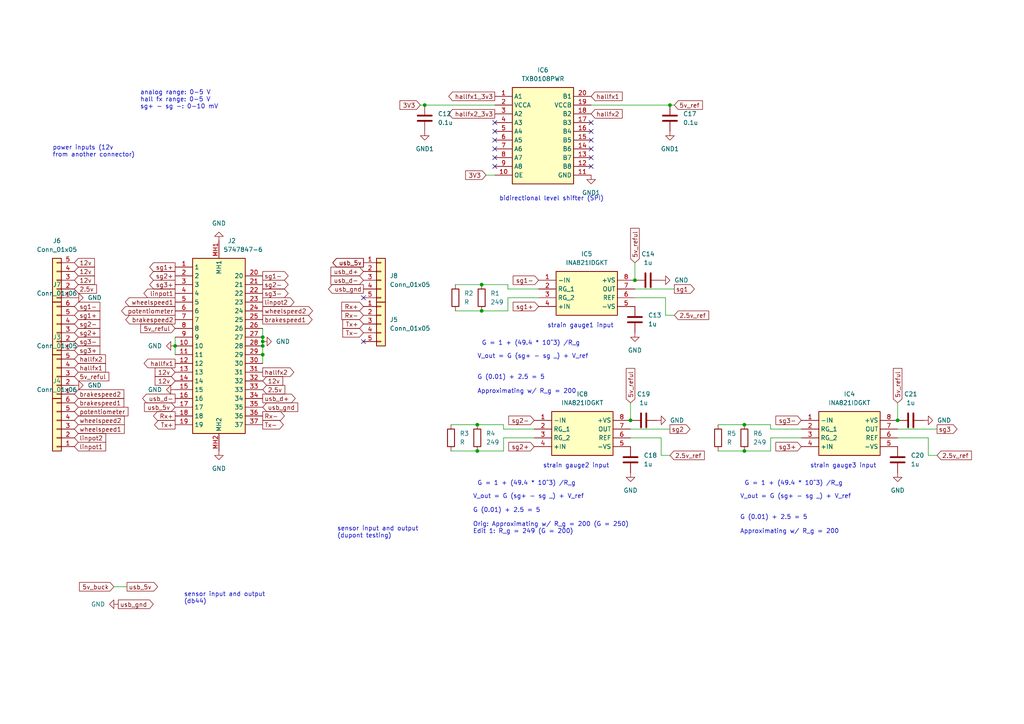
<source format=kicad_sch>
(kicad_sch (version 20230121) (generator eeschema)
  (paper "A4")
  (lib_symbols
    (symbol "21xt_symbols:5747847-6"
      (property "Reference" "J" (at 57.15 12.7 0))
      (property "Value" "5747847-6" (at 57.15 10.16 0))
      (symbol "5747847-6_1_1"
        (rectangle (start 5.08 7.62) (end 55.88 -7.62) (stroke (width 0.254)) (fill (type background)))
        (pin passive line (at 53.34 12.7 270) (length 5.08) (name "1") (number "1"))
        (pin passive line (at 30.48 12.7 270) (length 5.08) (name "10") (number "10"))
        (pin passive line (at 27.94 12.7 270) (length 5.08) (name "11") (number "11"))
        (pin passive line (at 25.4 12.7 270) (length 5.08) (name "12") (number "12"))
        (pin passive line (at 22.86 12.7 270) (length 5.08) (name "13") (number "13"))
        (pin passive line (at 20.32 12.7 270) (length 5.08) (name "14") (number "14"))
        (pin passive line (at 17.78 12.7 270) (length 5.08) (name "15") (number "15"))
        (pin passive line (at 15.24 12.7 270) (length 5.08) (name "16") (number "16"))
        (pin passive line (at 12.7 12.7 270) (length 5.08) (name "17") (number "17"))
        (pin passive line (at 10.16 12.7 270) (length 5.08) (name "18") (number "18"))
        (pin passive line (at 7.62 12.7 270) (length 5.08) (name "19") (number "19"))
        (pin passive line (at 50.8 12.7 270) (length 5.08) (name "2") (number "2"))
        (pin passive line (at 50.8 -12.7 90) (length 5.08) (name "20") (number "20"))
        (pin passive line (at 48.26 -12.7 90) (length 5.08) (name "21") (number "21"))
        (pin passive line (at 45.72 -12.7 90) (length 5.08) (name "22") (number "22"))
        (pin passive line (at 43.18 -12.7 90) (length 5.08) (name "23") (number "23"))
        (pin passive line (at 40.64 -12.7 90) (length 5.08) (name "24") (number "24"))
        (pin passive line (at 38.1 -12.7 90) (length 5.08) (name "25") (number "25"))
        (pin passive line (at 35.56 -12.7 90) (length 5.08) (name "26") (number "26"))
        (pin passive line (at 33.02 -12.7 90) (length 5.08) (name "27") (number "27"))
        (pin passive line (at 30.48 -12.7 90) (length 5.08) (name "28") (number "28"))
        (pin passive line (at 27.94 -12.7 90) (length 5.08) (name "29") (number "29"))
        (pin passive line (at 48.26 12.7 270) (length 5.08) (name "3") (number "3"))
        (pin passive line (at 25.4 -12.7 90) (length 5.08) (name "30") (number "30"))
        (pin passive line (at 22.86 -12.7 90) (length 5.08) (name "31") (number "31"))
        (pin passive line (at 20.32 -12.7 90) (length 5.08) (name "32") (number "32"))
        (pin passive line (at 17.78 -12.7 90) (length 5.08) (name "33") (number "33"))
        (pin passive line (at 15.24 -12.7 90) (length 5.08) (name "34") (number "34"))
        (pin passive line (at 12.7 -12.7 90) (length 5.08) (name "35") (number "35"))
        (pin passive line (at 10.16 -12.7 90) (length 5.08) (name "36") (number "36"))
        (pin passive line (at 7.62 -12.7 90) (length 5.08) (name "37") (number "37"))
        (pin passive line (at 45.72 12.7 270) (length 5.08) (name "4") (number "4"))
        (pin passive line (at 43.18 12.7 270) (length 5.08) (name "5") (number "5"))
        (pin passive line (at 40.64 12.7 270) (length 5.08) (name "6") (number "6"))
        (pin passive line (at 38.1 12.7 270) (length 5.08) (name "7") (number "7"))
        (pin passive line (at 35.56 12.7 270) (length 5.08) (name "8") (number "8"))
        (pin passive line (at 33.02 12.7 270) (length 5.08) (name "9") (number "9"))
        (pin passive line (at 60.96 0 180) (length 5.08) (name "MH1") (number "MH1"))
        (pin passive line (at 0 0 0) (length 5.08) (name "MH2") (number "MH2"))
      )
    )
    (symbol "21xt_symbols:INA821IDGKT"
      (property "Reference" "IC" (at 24.13 7.62 0))
      (property "Value" "INA821IDGKT" (at 24.13 5.08 0))
      (symbol "INA821IDGKT_1_1"
        (rectangle (start 5.08 2.54) (end 22.86 -10.16) (stroke (width 0.254)) (fill (type background)))
        (pin input line (at 0 0 0) (length 5.08) (name "-IN") (number "1"))
        (pin passive line (at 0 -2.54 0) (length 5.08) (name "RG_1") (number "2"))
        (pin passive line (at 0 -5.08 0) (length 5.08) (name "RG_2") (number "3"))
        (pin input line (at 0 -7.62 0) (length 5.08) (name "+IN") (number "4"))
        (pin power_in line (at 27.94 -7.62 180) (length 5.08) (name "-VS") (number "5"))
        (pin passive line (at 27.94 -5.08 180) (length 5.08) (name "REF") (number "6"))
        (pin output line (at 27.94 -2.54 180) (length 5.08) (name "OUT") (number "7"))
        (pin power_in line (at 27.94 0 180) (length 5.08) (name "+VS") (number "8"))
      )
    )
    (symbol "21xt_symbols:TXB0108PWR"
      (property "Reference" "IC" (at 24.13 7.62 0))
      (property "Value" "TXB0108PWR" (at 24.13 5.08 0))
      (symbol "TXB0108PWR_1_1"
        (rectangle (start 5.08 2.54) (end 22.86 -25.4) (stroke (width 0.254)) (fill (type background)))
        (pin passive line (at 0 0 0) (length 5.08) (name "A1") (number "1"))
        (pin passive line (at 0 -22.86 0) (length 5.08) (name "OE") (number "10"))
        (pin passive line (at 27.94 -22.86 180) (length 5.08) (name "GND") (number "11"))
        (pin passive line (at 27.94 -20.32 180) (length 5.08) (name "B8") (number "12"))
        (pin passive line (at 27.94 -17.78 180) (length 5.08) (name "B7") (number "13"))
        (pin passive line (at 27.94 -15.24 180) (length 5.08) (name "B6") (number "14"))
        (pin passive line (at 27.94 -12.7 180) (length 5.08) (name "B5") (number "15"))
        (pin passive line (at 27.94 -10.16 180) (length 5.08) (name "B4") (number "16"))
        (pin passive line (at 27.94 -7.62 180) (length 5.08) (name "B3") (number "17"))
        (pin passive line (at 27.94 -5.08 180) (length 5.08) (name "B2") (number "18"))
        (pin passive line (at 27.94 -2.54 180) (length 5.08) (name "VCCB") (number "19"))
        (pin passive line (at 0 -2.54 0) (length 5.08) (name "VCCA") (number "2"))
        (pin passive line (at 27.94 0 180) (length 5.08) (name "B1") (number "20"))
        (pin passive line (at 0 -5.08 0) (length 5.08) (name "A2") (number "3"))
        (pin passive line (at 0 -7.62 0) (length 5.08) (name "A3") (number "4"))
        (pin passive line (at 0 -10.16 0) (length 5.08) (name "A4") (number "5"))
        (pin passive line (at 0 -12.7 0) (length 5.08) (name "A5") (number "6"))
        (pin passive line (at 0 -15.24 0) (length 5.08) (name "A6") (number "7"))
        (pin passive line (at 0 -17.78 0) (length 5.08) (name "A7") (number "8"))
        (pin passive line (at 0 -20.32 0) (length 5.08) (name "A8") (number "9"))
      )
    )
    (symbol "Connector_Generic:Conn_01x05" (pin_names (offset 1.016) hide)
      (property "Reference" "J" (at 0 7.62 0))
      (property "Value" "Conn_01x05" (at 0 -7.62 0))
      (symbol "Conn_01x05_1_1"
        (rectangle (start -1.27 -4.953) (end 0 -5.207) (stroke (width 0.1524)))
        (rectangle (start -1.27 -2.413) (end 0 -2.667) (stroke (width 0.1524)))
        (rectangle (start -1.27 0.127) (end 0 -0.127) (stroke (width 0.1524)))
        (rectangle (start -1.27 2.667) (end 0 2.413) (stroke (width 0.1524)))
        (rectangle (start -1.27 5.207) (end 0 4.953) (stroke (width 0.1524)))
        (rectangle (start -1.27 6.35) (end 1.27 -6.35) (stroke (width 0.254)) (fill (type background)))
        (pin passive line (at -5.08 5.08 0) (length 3.81) (name "Pin_1") (number "1"))
        (pin passive line (at -5.08 2.54 0) (length 3.81) (name "Pin_2") (number "2"))
        (pin passive line (at -5.08 0 0) (length 3.81) (name "Pin_3") (number "3"))
        (pin passive line (at -5.08 -2.54 0) (length 3.81) (name "Pin_4") (number "4"))
        (pin passive line (at -5.08 -5.08 0) (length 3.81) (name "Pin_5") (number "5"))
      )
    )
    (symbol "Connector_Generic:Conn_01x06" (pin_names (offset 1.016) hide)
      (property "Reference" "J" (at 0 7.62 0))
      (property "Value" "Conn_01x06" (at 0 -10.16 0))
      (symbol "Conn_01x06_1_1"
        (rectangle (start -1.27 -7.493) (end 0 -7.747) (stroke (width 0.1524)))
        (rectangle (start -1.27 -4.953) (end 0 -5.207) (stroke (width 0.1524)))
        (rectangle (start -1.27 -2.413) (end 0 -2.667) (stroke (width 0.1524)))
        (rectangle (start -1.27 0.127) (end 0 -0.127) (stroke (width 0.1524)))
        (rectangle (start -1.27 2.667) (end 0 2.413) (stroke (width 0.1524)))
        (rectangle (start -1.27 5.207) (end 0 4.953) (stroke (width 0.1524)))
        (rectangle (start -1.27 6.35) (end 1.27 -8.89) (stroke (width 0.254)) (fill (type background)))
        (pin passive line (at -5.08 5.08 0) (length 3.81) (name "Pin_1") (number "1"))
        (pin passive line (at -5.08 2.54 0) (length 3.81) (name "Pin_2") (number "2"))
        (pin passive line (at -5.08 0 0) (length 3.81) (name "Pin_3") (number "3"))
        (pin passive line (at -5.08 -2.54 0) (length 3.81) (name "Pin_4") (number "4"))
        (pin passive line (at -5.08 -5.08 0) (length 3.81) (name "Pin_5") (number "5"))
        (pin passive line (at -5.08 -7.62 0) (length 3.81) (name "Pin_6") (number "6"))
      )
    )
    (symbol "Device:C" (pin_numbers hide) (pin_names (offset 0.254))
      (property "Reference" "C" (at 0.635 2.54 0))
      (property "Value" "C" (at 0.635 -2.54 0))
      (symbol "C_0_1"
        (polyline (pts (xy -2.032 -0.762) (xy 2.032 -0.762)) (stroke (width 0.508)))
        (polyline (pts (xy -2.032 0.762) (xy 2.032 0.762)) (stroke (width 0.508)))
      )
      (symbol "C_1_1"
        (pin passive line (at 0 3.81 270) (length 2.794) (name "~") (number "1"))
        (pin passive line (at 0 -3.81 90) (length 2.794) (name "~") (number "2"))
      )
    )
    (symbol "Device:R" (pin_numbers hide) (pin_names (offset 0))
      (property "Reference" "R" (at 2.032 0 90))
      (property "Value" "R" (at 0 0 90))
      (symbol "R_0_1"
        (rectangle (start -1.016 -2.54) (end 1.016 2.54) (stroke (width 0.254)))
      )
      (symbol "R_1_1"
        (pin passive line (at 0 3.81 270) (length 1.27) (name "~") (number "1"))
        (pin passive line (at 0 -3.81 90) (length 1.27) (name "~") (number "2"))
      )
    )
    (symbol "power:GND" (power) (pin_names (offset 0))
      (property "Value" "GND" (at 0 -3.81 0))
      (symbol "GND_0_1"
        (polyline (pts (xy 0 0) (xy 0 -1.27) (xy 1.27 -1.27) (xy 0 -2.54) (xy -1.27 -1.27) (xy 0 -1.27)))
      )
      (symbol "GND_1_1"
        (pin power_in line (at 0 0 270) (length 0) hide (name "GND") (number "1"))
      )
    )
    (symbol "power:GND1" (power) (pin_names (offset 0))
      (property "Value" "GND1" (at 0 -3.81 0))
      (symbol "GND1_0_1"
        (polyline (pts (xy 0 0) (xy 0 -1.27) (xy 1.27 -1.27) (xy 0 -2.54) (xy -1.27 -1.27) (xy 0 -1.27)))
      )
      (symbol "GND1_1_1"
        (pin power_in line (at 0 0 270) (length 0) hide (name "GND1") (number "1"))
      )
    )
  )
  (junction (at 76.2 102.87))
  (junction (at 139.7 82.55))
  (junction (at 215.9 130.81))
  (junction (at 184.15 81.28))
  (junction (at 138.43 130.81))
  (junction (at 260.35 121.92))
  (junction (at 182.88 121.92))
  (junction (at 194.31 30.48))
  (junction (at 76.2 99.06))
  (junction (at 50.8 100.33))
  (junction (at 123.19 30.48))
  (junction (at 139.7 90.17))
  (junction (at 76.2 100.33))
  (junction (at 215.9 123.19))
  (junction (at 138.43 123.19))
  (junction (at 76.2 97.79))
  (no_connect (at 143.51 43.18))
  (no_connect (at 171.45 35.56))
  (no_connect (at 171.45 45.72))
  (no_connect (at 143.51 40.64))
  (no_connect (at 143.51 45.72))
  (no_connect (at 143.51 38.1))
  (no_connect (at 105.41 86.36))
  (no_connect (at 105.41 99.06))
  (no_connect (at 171.45 38.1))
  (no_connect (at 171.45 40.64))
  (no_connect (at 143.51 35.56))
  (no_connect (at 171.45 48.26))
  (no_connect (at 171.45 43.18))
  (no_connect (at 143.51 48.26))
  (wire (pts (xy 147.32 82.55) (xy 147.32 83.82)))
  (wire (pts (xy 121.92 30.48) (xy 123.19 30.48)))
  (wire (pts (xy 193.04 91.44) (xy 195.58 91.44)))
  (wire (pts (xy 147.32 86.36) (xy 147.32 90.17)))
  (wire (pts (xy 215.9 130.81) (xy 223.52 130.81)))
  (wire (pts (xy 260.35 124.46) (xy 271.78 124.46)))
  (wire (pts (xy 260.35 127) (xy 269.24 127)))
  (wire (pts (xy 191.77 132.08) (xy 194.31 132.08)))
  (wire (pts (xy 76.2 97.79) (xy 76.2 99.06)))
  (wire (pts (xy 182.88 124.46) (xy 194.31 124.46)))
  (wire (pts (xy 232.41 127) (xy 223.52 127)))
  (wire (pts (xy 147.32 83.82) (xy 156.21 83.82)))
  (wire (pts (xy 184.15 86.36) (xy 193.04 86.36)))
  (wire (pts (xy 33.02 170.18) (xy 36.83 170.18)))
  (wire (pts (xy 76.2 95.25) (xy 76.2 97.79)))
  (wire (pts (xy 132.08 90.17) (xy 139.7 90.17)))
  (wire (pts (xy 130.81 123.19) (xy 138.43 123.19)))
  (wire (pts (xy 194.31 30.48) (xy 195.58 30.48)))
  (wire (pts (xy 184.15 83.82) (xy 195.58 83.82)))
  (wire (pts (xy 140.97 50.8) (xy 143.51 50.8)))
  (wire (pts (xy 50.8 102.87) (xy 50.8 100.33)))
  (wire (pts (xy 208.28 130.81) (xy 215.9 130.81)))
  (wire (pts (xy 138.43 123.19) (xy 146.05 123.19)))
  (wire (pts (xy 215.9 123.19) (xy 223.52 123.19)))
  (wire (pts (xy 139.7 82.55) (xy 147.32 82.55)))
  (wire (pts (xy 260.35 116.84) (xy 260.35 121.92)))
  (wire (pts (xy 132.08 82.55) (xy 139.7 82.55)))
  (wire (pts (xy 182.88 116.84) (xy 182.88 121.92)))
  (wire (pts (xy 208.28 123.19) (xy 215.9 123.19)))
  (wire (pts (xy 223.52 123.19) (xy 223.52 124.46)))
  (wire (pts (xy 269.24 127) (xy 269.24 132.08)))
  (wire (pts (xy 184.15 76.2) (xy 184.15 81.28)))
  (wire (pts (xy 191.77 127) (xy 191.77 132.08)))
  (wire (pts (xy 269.24 132.08) (xy 271.78 132.08)))
  (wire (pts (xy 156.21 86.36) (xy 147.32 86.36)))
  (wire (pts (xy 193.04 86.36) (xy 193.04 91.44)))
  (wire (pts (xy 182.88 127) (xy 191.77 127)))
  (wire (pts (xy 50.8 97.79) (xy 50.8 100.33)))
  (wire (pts (xy 130.81 130.81) (xy 138.43 130.81)))
  (wire (pts (xy 223.52 127) (xy 223.52 130.81)))
  (wire (pts (xy 146.05 124.46) (xy 154.94 124.46)))
  (wire (pts (xy 171.45 30.48) (xy 194.31 30.48)))
  (wire (pts (xy 76.2 99.06) (xy 76.2 100.33)))
  (wire (pts (xy 123.19 30.48) (xy 143.51 30.48)))
  (wire (pts (xy 223.52 124.46) (xy 232.41 124.46)))
  (wire (pts (xy 139.7 90.17) (xy 147.32 90.17)))
  (wire (pts (xy 76.2 100.33) (xy 76.2 102.87)))
  (wire (pts (xy 154.94 127) (xy 146.05 127)))
  (wire (pts (xy 76.2 102.87) (xy 76.2 105.41)))
  (wire (pts (xy 146.05 127) (xy 146.05 130.81)))
  (wire (pts (xy 138.43 130.81) (xy 146.05 130.81)))
  (wire (pts (xy 146.05 123.19) (xy 146.05 124.46)))
  (text "bidirectional level shifter (SPI)" (at 144.78 58.42 0) (effects (font (size 1.27 1.27)) (justify left bottom)))
  (text "power inputs (12v \nfrom another connector)" (at 15.24 45.72 0) (effects (font (size 1.27 1.27)) (justify left bottom)))
  (text "strain gauge3 input" (at 234.95 135.89 0) (effects (font (size 1.27 1.27)) (justify left bottom)))
  (text "strain gauge1 input" (at 158.75 95.25 0) (effects (font (size 1.27 1.27)) (justify left bottom)))
  (text "G = 1 + (49.4 * 10^3) /R_g" (at 139.7 100.33 0) (effects (font (size 1.27 1.27)) (justify left bottom)))
  (text "sensor input and output\n(db44)" (at 53.34 175.26 0) (effects (font (size 1.27 1.27)) (justify left bottom)))
  (text "strain gauge2 input" (at 157.48 135.89 0) (effects (font (size 1.27 1.27)) (justify left bottom)))
  (text "analog range: 0-5 V\nhall fx range: 0-5 V\nsg+ - sg -: 0-10 mV" (at 40.64 31.75 0) (effects (font (size 1.27 1.27)) (justify left bottom)))
  (text "V_out = G (sg+ - sg _) + V_ref " (at 214.63 144.78 0) (effects (font (size 1.27 1.27)) (justify left bottom)))
  (text "V_out = G (sg+ - sg _) + V_ref " (at 137.16 144.78 0) (effects (font (size 1.27 1.27)) (justify left bottom)))
  (text "G (0.01) + 2.5 = 5\n\nApproximating w/ R_g = 200" (at 214.63 154.94 0) (effects (font (size 1.27 1.27)) (justify left bottom)))
  (text "G (0.01) + 2.5 = 5\n\nOrig: Approximating w/ R_g = 200 (G = 250)\nEdit 1: R_g = 249 (G = 200)" (at 137.16 154.94 0) (effects (font (size 1.27 1.27)) (justify left bottom)))
  (text "G = 1 + (49.4 * 10^3) /R_g" (at 215.9 140.97 0) (effects (font (size 1.27 1.27)) (justify left bottom)))
  (text "G = 1 + (49.4 * 10^3) /R_g" (at 138.43 140.97 0) (effects (font (size 1.27 1.27)) (justify left bottom)))
  (text "V_out = G (sg+ - sg _) + V_ref " (at 138.43 104.14 0) (effects (font (size 1.27 1.27)) (justify left bottom)))
  (text "G (0.01) + 2.5 = 5\n\nApproximating w/ R_g = 200" (at 138.43 114.3 0) (effects (font (size 1.27 1.27)) (justify left bottom)))
  (text "sensor input and output\n(dupont testing)\n" (at 97.79 156.21 0) (effects (font (size 1.27 1.27)) (justify left bottom)))
  (global_label "sg1+" (shape input) (at 156.21 88.9 180) (property "Intersheetrefs" "${INTERSHEET_REFS}" (effects hide)))
  (global_label "hallfx2" (shape output) (at 76.2 107.95 0) (property "Intersheetrefs" "${INTERSHEET_REFS}" (effects hide)))
  (global_label "2.5v" (shape input) (at 21.59 83.82 0) (property "Intersheetrefs" "${INTERSHEET_REFS}" (effects hide)))
  (global_label "usb_5v" (shape output) (at 105.41 76.2 180) (property "Intersheetrefs" "${INTERSHEET_REFS}" (effects hide)))
  (global_label "hallfx2_3v3" (shape output) (at 143.51 33.02 180) (property "Intersheetrefs" "${INTERSHEET_REFS}" (effects hide)))
  (global_label "wheelspeed1" (shape input) (at 21.59 124.46 0) (property "Intersheetrefs" "${INTERSHEET_REFS}" (effects hide)))
  (global_label "Rx+" (shape input) (at 105.41 88.9 180) (property "Intersheetrefs" "${INTERSHEET_REFS}" (effects hide)))
  (global_label "12v" (shape input) (at 50.8 110.49 180) (property "Intersheetrefs" "${INTERSHEET_REFS}" (effects hide)))
  (global_label "2.5v" (shape input) (at 76.2 113.03 0) (property "Intersheetrefs" "${INTERSHEET_REFS}" (effects hide)))
  (global_label "2.5v_ref" (shape input) (at 271.78 132.08 0) (property "Intersheetrefs" "${INTERSHEET_REFS}" (effects hide)))
  (global_label "12v" (shape input) (at 76.2 110.49 0) (property "Intersheetrefs" "${INTERSHEET_REFS}" (effects hide)))
  (global_label "hallfx1" (shape output) (at 50.8 105.41 180) (property "Intersheetrefs" "${INTERSHEET_REFS}" (effects hide)))
  (global_label "hallfx2" (shape input) (at 21.59 104.14 0) (property "Intersheetrefs" "${INTERSHEET_REFS}" (effects hide)))
  (global_label "5v_reful" (shape input) (at 21.59 109.22 0) (property "Intersheetrefs" "${INTERSHEET_REFS}" (effects hide)))
  (global_label "linpot2" (shape input) (at 21.59 127 0) (property "Intersheetrefs" "${INTERSHEET_REFS}" (effects hide)))
  (global_label "usb_gnd" (shape input) (at 76.2 118.11 0) (property "Intersheetrefs" "${INTERSHEET_REFS}" (effects hide)))
  (global_label "sg3+" (shape output) (at 50.8 82.55 180) (property "Intersheetrefs" "${INTERSHEET_REFS}" (effects hide)))
  (global_label "potentiometer" (shape output) (at 50.8 90.17 180) (property "Intersheetrefs" "${INTERSHEET_REFS}" (effects hide)))
  (global_label "brakespeed2" (shape output) (at 50.8 92.71 180) (property "Intersheetrefs" "${INTERSHEET_REFS}" (effects hide)))
  (global_label "12v" (shape input) (at 50.8 107.95 180) (property "Intersheetrefs" "${INTERSHEET_REFS}" (effects hide)))
  (global_label "sg2-" (shape input) (at 21.59 93.98 0) (property "Intersheetrefs" "${INTERSHEET_REFS}" (effects hide)))
  (global_label "usb_gnd" (shape output) (at 34.29 175.26 0) (property "Intersheetrefs" "${INTERSHEET_REFS}" (effects hide)))
  (global_label "sg3" (shape output) (at 271.78 124.46 0) (property "Intersheetrefs" "${INTERSHEET_REFS}" (effects hide)))
  (global_label "hallfx2" (shape input) (at 171.45 33.02 0) (property "Intersheetrefs" "${INTERSHEET_REFS}" (effects hide)))
  (global_label "5v_reful" (shape input) (at 50.8 95.25 180) (property "Intersheetrefs" "${INTERSHEET_REFS}" (effects hide)))
  (global_label "5v_reful" (shape input) (at 182.88 116.84 90) (property "Intersheetrefs" "${INTERSHEET_REFS}" (effects hide)))
  (global_label "sg2+" (shape output) (at 50.8 80.01 180) (property "Intersheetrefs" "${INTERSHEET_REFS}" (effects hide)))
  (global_label "Rx+" (shape output) (at 50.8 120.65 180) (property "Intersheetrefs" "${INTERSHEET_REFS}" (effects hide)))
  (global_label "wheelspeed2" (shape input) (at 21.59 121.92 0) (property "Intersheetrefs" "${INTERSHEET_REFS}" (effects hide)))
  (global_label "usb_5v" (shape output) (at 36.83 170.18 0) (property "Intersheetrefs" "${INTERSHEET_REFS}" (effects hide)))
  (global_label "2.5v_ref" (shape input) (at 194.31 132.08 0) (property "Intersheetrefs" "${INTERSHEET_REFS}" (effects hide)))
  (global_label "linpot1" (shape output) (at 50.8 85.09 180) (property "Intersheetrefs" "${INTERSHEET_REFS}" (effects hide)))
  (global_label "usb_5v" (shape output) (at 105.41 76.2 180) (property "Intersheetrefs" "${INTERSHEET_REFS}" (effects hide)))
  (global_label "sg1" (shape output) (at 195.58 83.82 0) (property "Intersheetrefs" "${INTERSHEET_REFS}" (effects hide)))
  (global_label "potentiometer" (shape input) (at 21.59 119.38 0) (property "Intersheetrefs" "${INTERSHEET_REFS}" (effects hide)))
  (global_label "2.5v_ref" (shape input) (at 195.58 91.44 0) (property "Intersheetrefs" "${INTERSHEET_REFS}" (effects hide)))
  (global_label "sg2" (shape output) (at 194.31 124.46 0) (property "Intersheetrefs" "${INTERSHEET_REFS}" (effects hide)))
  (global_label "sg2+" (shape input) (at 21.59 96.52 0) (property "Intersheetrefs" "${INTERSHEET_REFS}" (effects hide)))
  (global_label "sg1-" (shape input) (at 21.59 88.9 0) (property "Intersheetrefs" "${INTERSHEET_REFS}" (effects hide)))
  (global_label "Tx-" (shape input) (at 105.41 96.52 180) (property "Intersheetrefs" "${INTERSHEET_REFS}" (effects hide)))
  (global_label "sg2+" (shape input) (at 154.94 129.54 180) (property "Intersheetrefs" "${INTERSHEET_REFS}" (effects hide)))
  (global_label "3V3" (shape input) (at 140.97 50.8 180) (property "Intersheetrefs" "${INTERSHEET_REFS}" (effects hide)))
  (global_label "Tx+" (shape output) (at 50.8 123.19 180) (property "Intersheetrefs" "${INTERSHEET_REFS}" (effects hide)))
  (global_label "usb_d+" (shape input) (at 105.41 78.74 180) (property "Intersheetrefs" "${INTERSHEET_REFS}" (effects hide)))
  (global_label "wheelspeed2" (shape output) (at 76.2 90.17 0) (property "Intersheetrefs" "${INTERSHEET_REFS}" (effects hide)))
  (global_label "sg3-" (shape input) (at 232.41 121.92 180) (property "Intersheetrefs" "${INTERSHEET_REFS}" (effects hide)))
  (global_label "3V3" (shape input) (at 121.92 30.48 180) (property "Intersheetrefs" "${INTERSHEET_REFS}" (effects hide)))
  (global_label "brakespeed1" (shape output) (at 76.2 92.71 0) (property "Intersheetrefs" "${INTERSHEET_REFS}" (effects hide)))
  (global_label "Tx+" (shape input) (at 105.41 93.98 180) (property "Intersheetrefs" "${INTERSHEET_REFS}" (effects hide)))
  (global_label "5v_reful" (shape input) (at 184.15 76.2 90) (property "Intersheetrefs" "${INTERSHEET_REFS}" (effects hide)))
  (global_label "hallfx1_3v3" (shape output) (at 143.51 27.94 180) (property "Intersheetrefs" "${INTERSHEET_REFS}" (effects hide)))
  (global_label "hallfx1" (shape input) (at 171.45 27.94 0) (property "Intersheetrefs" "${INTERSHEET_REFS}" (effects hide)))
  (global_label "5v_buck" (shape input) (at 33.02 170.18 180) (property "Intersheetrefs" "${INTERSHEET_REFS}" (effects hide)))
  (global_label "usb_d+" (shape output) (at 76.2 115.57 0) (property "Intersheetrefs" "${INTERSHEET_REFS}" (effects hide)))
  (global_label "Rx-" (shape output) (at 76.2 120.65 0) (property "Intersheetrefs" "${INTERSHEET_REFS}" (effects hide)))
  (global_label "sg2-" (shape output) (at 76.2 82.55 0) (property "Intersheetrefs" "${INTERSHEET_REFS}" (effects hide)))
  (global_label "Tx-" (shape output) (at 76.2 123.19 0) (property "Intersheetrefs" "${INTERSHEET_REFS}" (effects hide)))
  (global_label "sg2-" (shape input) (at 154.94 121.92 180) (property "Intersheetrefs" "${INTERSHEET_REFS}" (effects hide)))
  (global_label "sg3-" (shape output) (at 76.2 85.09 0) (property "Intersheetrefs" "${INTERSHEET_REFS}" (effects hide)))
  (global_label "sg1-" (shape output) (at 76.2 80.01 0) (property "Intersheetrefs" "${INTERSHEET_REFS}" (effects hide)))
  (global_label "usb_gnd" (shape output) (at 105.41 83.82 180) (property "Intersheetrefs" "${INTERSHEET_REFS}" (effects hide)))
  (global_label "brakespeed1" (shape input) (at 21.59 116.84 0) (property "Intersheetrefs" "${INTERSHEET_REFS}" (effects hide)))
  (global_label "sg3+" (shape input) (at 21.59 101.6 0) (property "Intersheetrefs" "${INTERSHEET_REFS}" (effects hide)))
  (global_label "sg1+" (shape output) (at 50.8 77.47 180) (property "Intersheetrefs" "${INTERSHEET_REFS}" (effects hide)))
  (global_label "wheelspeed1" (shape output) (at 50.8 87.63 180) (property "Intersheetrefs" "${INTERSHEET_REFS}" (effects hide)))
  (global_label "12v" (shape input) (at 21.59 76.2 0) (property "Intersheetrefs" "${INTERSHEET_REFS}" (effects hide)))
  (global_label "12v" (shape input) (at 21.59 81.28 0) (property "Intersheetrefs" "${INTERSHEET_REFS}" (effects hide)))
  (global_label "Rx-" (shape input) (at 105.41 91.44 180) (property "Intersheetrefs" "${INTERSHEET_REFS}" (effects hide)))
  (global_label "usb_d-" (shape input) (at 105.41 81.28 180) (property "Intersheetrefs" "${INTERSHEET_REFS}" (effects hide)))
  (global_label "linpot2" (shape output) (at 76.2 87.63 0) (property "Intersheetrefs" "${INTERSHEET_REFS}" (effects hide)))
  (global_label "hallfx1" (shape input) (at 21.59 106.68 0) (property "Intersheetrefs" "${INTERSHEET_REFS}" (effects hide)))
  (global_label "5v_reful" (shape input) (at 260.35 116.84 90) (property "Intersheetrefs" "${INTERSHEET_REFS}" (effects hide)))
  (global_label "sg3+" (shape input) (at 232.41 129.54 180) (property "Intersheetrefs" "${INTERSHEET_REFS}" (effects hide)))
  (global_label "linpot1" (shape input) (at 21.59 129.54 0) (property "Intersheetrefs" "${INTERSHEET_REFS}" (effects hide)))
  (global_label "5v_ref" (shape input) (at 195.58 30.48 0) (property "Intersheetrefs" "${INTERSHEET_REFS}" (effects hide)))
  (global_label "brakespeed2" (shape input) (at 21.59 114.3 0) (property "Intersheetrefs" "${INTERSHEET_REFS}" (effects hide)))
  (global_label "sg1+" (shape input) (at 21.59 91.44 0) (property "Intersheetrefs" "${INTERSHEET_REFS}" (effects hide)))
  (global_label "sg3-" (shape input) (at 21.59 99.06 0) (property "Intersheetrefs" "${INTERSHEET_REFS}" (effects hide)))
  (global_label "12v" (shape input) (at 21.59 78.74 0) (property "Intersheetrefs" "${INTERSHEET_REFS}" (effects hide)))
  (global_label "usb_d-" (shape output) (at 50.8 115.57 180) (property "Intersheetrefs" "${INTERSHEET_REFS}" (effects hide)))
  (global_label "sg1-" (shape input) (at 156.21 81.28 180) (property "Intersheetrefs" "${INTERSHEET_REFS}" (effects hide)))
  (global_label "usb_5v" (shape input) (at 50.8 118.11 180) (property "Intersheetrefs" "${INTERSHEET_REFS}" (effects hide)))
  (symbol (lib_id "Device:C") (at 194.31 34.29 0) (unit 1)
    (property "Reference" "C17" (at 198.12 33.02 0) (effects (justify left)))
    (property "Value" "0.1u" (at 198.12 35.56 0) (effects (justify left)))
    (property "Footprint" "Capacitor_SMD:C_0603_1608Metric" (effects hide))
  )
  (symbol (lib_id "power:GND1") (at 123.19 38.1 0) (unit 1)
    (property "Reference" "#PWR015" (effects hide))
    (property "Value" "GND1" (at 123.19 43.18 0))
  )
  (symbol (lib_id "power:GND") (at 191.77 81.28 90) (unit 1)
    (property "Reference" "#PWR022" (effects hide))
    (property "Value" "GND" (at 195.58 81.28 90) (effects (justify right)))
  )
  (symbol (lib_id "power:GND") (at 50.8 113.03 270) (unit 1)
    (property "Reference" "#PWR037" (effects hide))
    (property "Value" "GND" (at 46.99 113.03 90) (effects (justify right)))
  )
  (symbol (lib_id "power:GND") (at 182.88 137.16 0) (unit 1)
    (property "Reference" "#PWR023" (effects hide))
    (property "Value" "GND" (at 182.88 142.24 0))
  )
  (symbol (lib_id "21xt_symbols:INA821IDGKT") (at 154.94 121.92 0) (unit 1)
    (property "Reference" "IC8" (at 168.91 114.3 0))
    (property "Value" "INA821IDGKT" (at 168.91 116.84 0))
    (property "Footprint" "21xt_footprints:SOP65P490X110-8N" (effects hide))
    (property "Datasheet" "http://www.ti.com/lit/ds/symlink/ina821.pdf" (effects hide))
    (property "Height" "1.1" (effects hide))
    (property "Mouser Part Number" "595-INA821IDGKT" (effects hide))
    (property "Mouser Price/Stock" "https://www.mouser.co.uk/ProductDetail/Texas-Instruments/INA821IDGKT?qs=LDGDZb5k%2F%252B8diOW5CeiHfQ%3D%3D" (effects hide))
    (property "Manufacturer_Name" "Texas Instruments" (effects hide))
    (property "Manufacturer_Part_Number" "INA821IDGKT" (effects hide))
  )
  (symbol (lib_id "Device:R") (at 130.81 127 0) (unit 1)
    (property "Reference" "R3" (at 133.35 125.73 0) (effects (justify left)))
    (property "Value" "R" (at 133.35 128.27 0) (effects (justify left)))
    (property "Footprint" "Resistor_SMD:R_0603_1608Metric" (effects hide))
  )
  (symbol (lib_id "Connector_Generic:Conn_01x05") (at 16.51 109.22 180) (unit 1)
    (property "Reference" "J3" (at 16.51 97.79 0))
    (property "Value" "Conn_01x05" (at 16.51 100.33 0))
    (property "Footprint" "Connector_JST:JST_EH_B5B-EH-A_1x05_P2.50mm_Vertical" (effects hide))
  )
  (symbol (lib_id "power:GND") (at 267.97 121.92 90) (unit 1)
    (property "Reference" "#PWR033" (effects hide))
    (property "Value" "GND" (at 271.78 121.92 90) (effects (justify right)))
  )
  (symbol (lib_id "Device:R") (at 138.43 127 0) (unit 1)
    (property "Reference" "R4" (at 140.97 125.73 0) (effects (justify left)))
    (property "Value" "249" (at 140.97 128.27 0) (effects (justify left)))
    (property "Footprint" "Resistor_SMD:R_0603_1608Metric" (effects hide))
  )
  (symbol (lib_id "power:GND") (at 63.5 69.85 180) (unit 1)
    (property "Reference" "#PWR060" (effects hide))
    (property "Value" "GND" (at 63.5 64.77 0))
  )
  (symbol (lib_id "Connector_Generic:Conn_01x05") (at 110.49 81.28 0) (unit 1)
    (property "Reference" "J8" (at 113.03 80.01 0) (effects (justify left)))
    (property "Value" "Conn_01x05" (at 113.03 82.55 0) (effects (justify left)))
    (property "Footprint" "Connector_JST:JST_EH_B5B-EH-A_1x05_P2.50mm_Vertical" (effects hide))
  )
  (symbol (lib_id "Connector_Generic:Conn_01x05") (at 110.49 93.98 0) (unit 1)
    (property "Reference" "J5" (at 113.03 92.71 0) (effects (justify left)))
    (property "Value" "Conn_01x05" (at 113.03 95.25 0) (effects (justify left)))
    (property "Footprint" "Connector_JST:JST_EH_B5B-EH-A_1x05_P2.50mm_Vertical" (effects hide))
  )
  (symbol (lib_id "Device:C") (at 187.96 81.28 90) (unit 1)
    (property "Reference" "C14" (at 187.96 73.66 90))
    (property "Value" "1u" (at 187.96 76.2 90))
    (property "Footprint" "Capacitor_SMD:C_0603_1608Metric" (effects hide))
  )
  (symbol (lib_id "Device:R") (at 132.08 86.36 0) (unit 1)
    (property "Reference" "R2" (at 134.62 85.09 0) (effects (justify left)))
    (property "Value" "R" (at 134.62 87.63 0) (effects (justify left)))
    (property "Footprint" "Resistor_SMD:R_0603_1608Metric" (effects hide))
  )
  (symbol (lib_id "power:GND") (at 184.15 96.52 0) (unit 1)
    (property "Reference" "#PWR025" (effects hide))
    (property "Value" "GND" (at 184.15 101.6 0))
  )
  (symbol (lib_id "power:GND1") (at 194.31 38.1 0) (unit 1)
    (property "Reference" "#PWR028" (effects hide))
    (property "Value" "GND1" (at 194.31 43.18 0))
  )
  (symbol (lib_id "21xt_symbols:INA821IDGKT") (at 156.21 81.28 0) (unit 1)
    (property "Reference" "IC5" (at 170.18 73.66 0))
    (property "Value" "INA821IDGKT" (at 170.18 76.2 0))
    (property "Footprint" "21xt_footprints:SOP65P490X110-8N" (effects hide))
    (property "Datasheet" "http://www.ti.com/lit/ds/symlink/ina821.pdf" (effects hide))
    (property "Height" "1.1" (effects hide))
    (property "Mouser Part Number" "595-INA821IDGKT" (effects hide))
    (property "Mouser Price/Stock" "https://www.mouser.co.uk/ProductDetail/Texas-Instruments/INA821IDGKT?qs=LDGDZb5k%2F%252B8diOW5CeiHfQ%3D%3D" (effects hide))
    (property "Manufacturer_Name" "Texas Instruments" (effects hide))
    (property "Manufacturer_Part_Number" "INA821IDGKT" (effects hide))
  )
  (symbol (lib_id "power:GND") (at 21.59 111.76 90) (unit 1)
    (property "Reference" "#PWR012" (effects hide))
    (property "Value" "GND" (at 25.4 111.76 90) (effects (justify right)))
  )
  (symbol (lib_id "Device:C") (at 123.19 34.29 0) (unit 1)
    (property "Reference" "C12" (at 127 33.02 0) (effects (justify left)))
    (property "Value" "0.1u" (at 127 35.56 0) (effects (justify left)))
    (property "Footprint" "Capacitor_SMD:C_0603_1608Metric" (effects hide))
  )
  (symbol (lib_id "power:GND") (at 34.29 175.26 270) (unit 1)
    (property "Reference" "#PWR050" (effects hide))
    (property "Value" "GND" (at 30.48 175.26 90) (effects (justify right)))
  )
  (symbol (lib_id "power:GND1") (at 171.45 50.8 0) (unit 1)
    (property "Reference" "#PWR019" (effects hide))
    (property "Value" "GND1" (at 171.45 55.88 0))
  )
  (symbol (lib_id "Connector_Generic:Conn_01x06") (at 16.51 96.52 180) (unit 1)
    (property "Reference" "J7" (at 16.51 82.55 0))
    (property "Value" "Conn_01x06" (at 16.51 85.09 0))
    (property "Footprint" "Connector_JST:JST_EH_B6B-EH-A_1x06_P2.50mm_Vertical" (effects hide))
  )
  (symbol (lib_id "power:GND") (at 190.5 121.92 90) (unit 1)
    (property "Reference" "#PWR031" (effects hide))
    (property "Value" "GND" (at 194.31 121.92 90) (effects (justify right)))
  )
  (symbol (lib_id "21xt_symbols:INA821IDGKT") (at 232.41 121.92 0) (unit 1)
    (property "Reference" "IC4" (at 246.38 114.3 0))
    (property "Value" "INA821IDGKT" (at 246.38 116.84 0))
    (property "Footprint" "21xt_footprints:SOP65P490X110-8N" (effects hide))
    (property "Datasheet" "http://www.ti.com/lit/ds/symlink/ina821.pdf" (effects hide))
    (property "Height" "1.1" (effects hide))
    (property "Mouser Part Number" "595-INA821IDGKT" (effects hide))
    (property "Mouser Price/Stock" "https://www.mouser.co.uk/ProductDetail/Texas-Instruments/INA821IDGKT?qs=LDGDZb5k%2F%252B8diOW5CeiHfQ%3D%3D" (effects hide))
    (property "Manufacturer_Name" "Texas Instruments" (effects hide))
    (property "Manufacturer_Part_Number" "INA821IDGKT" (effects hide))
  )
  (symbol (lib_id "power:GND") (at 21.59 86.36 90) (unit 1)
    (property "Reference" "#PWR038" (effects hide))
    (property "Value" "GND" (at 25.4 86.36 90) (effects (justify right)))
  )
  (symbol (lib_id "Device:R") (at 215.9 127 0) (unit 1)
    (property "Reference" "R6" (at 218.44 125.73 0) (effects (justify left)))
    (property "Value" "249" (at 218.44 128.27 0) (effects (justify left)))
    (property "Footprint" "Resistor_SMD:R_0603_1608Metric" (effects hide))
  )
  (symbol (lib_id "Device:C") (at 184.15 92.71 0) (unit 1)
    (property "Reference" "C13" (at 187.96 91.44 0) (effects (justify left)))
    (property "Value" "1u" (at 187.96 93.98 0) (effects (justify left)))
    (property "Footprint" "Capacitor_SMD:C_0603_1608Metric" (effects hide))
  )
  (symbol (lib_id "Device:C") (at 264.16 121.92 90) (unit 1)
    (property "Reference" "C21" (at 264.16 114.3 90))
    (property "Value" "1u" (at 264.16 116.84 90))
    (property "Footprint" "Capacitor_SMD:C_0603_1608Metric" (effects hide))
  )
  (symbol (lib_id "21xt_symbols:5747847-6") (at 63.5 130.81 90) (unit 1)
    (property "Reference" "J2" (at 66.04 69.85 90) (effects (justify right)))
    (property "Value" "5747847-6" (at 64.77 72.39 90) (effects (justify right)))
    (property "Footprint" "21xt_footprints:57478476" (effects hide))
    (property "Datasheet" "https://www.te.com/commerce/DocumentDelivery/DDEController?Action=srchrtrv&DocNm=82068_AMPLIMITE_Right-Angle_Posted_Conn&DocType=Catalog%20Section&DocLang=English&PartCntxt=5747847-6&DocFormat=pdf" (effects hide))
    (property "Height" "12.9286" (effects hide))
    (property "Manufacturer_Name" "TE Connectivity" (effects hide))
    (property "Manufacturer_Part_Number" "5747847-6" (effects hide))
    (property "Mouser Part Number" "571-5747847-6" (effects hide))
    (property "Mouser Price/Stock" "https://www.mouser.co.uk/ProductDetail/TE-Connectivity/5747847-6?qs=DUjmvCJSYRDRvMVFkAFvlQ%3D%3D" (effects hide))
    (property "Arrow Part Number" "5747847-6" (effects hide))
    (property "Arrow Price/Stock" "https://www.arrow.com/en/products/5747847-6/te-connectivity?region=nac" (effects hide))
  )
  (symbol (lib_id "Device:R") (at 139.7 86.36 0) (unit 1)
    (property "Reference" "R1" (at 142.24 85.09 0) (effects (justify left)))
    (property "Value" "249" (at 142.24 87.63 0) (effects (justify left)))
    (property "Footprint" "Resistor_SMD:R_0603_1608Metric" (effects hide))
  )
  (symbol (lib_id "21xt_symbols:TXB0108PWR") (at 143.51 27.94 0) (unit 1)
    (property "Reference" "IC6" (at 157.48 20.32 0))
    (property "Value" "TXB0108PWR" (at 157.48 22.86 0))
    (property "Footprint" "21xt_footprints:SOP65P640X120-20N" (effects hide))
    (property "Datasheet" "http://www.ti.com/lit/ds/symlink/txb0108.pdf" (effects hide))
    (property "Height" "1.2" (effects hide))
    (property "Mouser Part Number" "595-TXB0108PWR" (effects hide))
    (property "Mouser Price/Stock" "https://www.mouser.co.uk/ProductDetail/Texas-Instruments/TXB0108PWR?qs=oFXvjAmG9EgEUWGWzOVFCA%3D%3D" (effects hide))
    (property "Manufacturer_Name" "Texas Instruments" (effects hide))
    (property "Manufacturer_Part_Number" "TXB0108PWR" (effects hide))
  )
  (symbol (lib_id "Device:C") (at 182.88 133.35 0) (unit 1)
    (property "Reference" "C18" (at 186.69 132.08 0) (effects (justify left)))
    (property "Value" "1u" (at 186.69 134.62 0) (effects (justify left)))
    (property "Footprint" "Capacitor_SMD:C_0603_1608Metric" (effects hide))
  )
  (symbol (lib_id "Device:C") (at 186.69 121.92 90) (unit 1)
    (property "Reference" "C19" (at 186.69 114.3 90))
    (property "Value" "1u" (at 186.69 116.84 90))
    (property "Footprint" "Capacitor_SMD:C_0603_1608Metric" (effects hide))
  )
  (symbol (lib_id "Connector_Generic:Conn_01x05") (at 16.51 81.28 180) (unit 1)
    (property "Reference" "J6" (at 16.51 69.85 0))
    (property "Value" "Conn_01x05" (at 16.51 72.39 0))
    (property "Footprint" "Connector_JST:JST_EH_B5B-EH-A_1x05_P2.50mm_Vertical" (effects hide))
  )
  (symbol (lib_id "power:GND") (at 63.5 130.81 0) (unit 1)
    (property "Reference" "#PWR059" (effects hide))
    (property "Value" "GND" (at 63.5 135.89 0))
  )
  (symbol (lib_id "power:GND") (at 260.35 137.16 0) (unit 1)
    (property "Reference" "#PWR032" (effects hide))
    (property "Value" "GND" (at 260.35 142.24 0))
  )
  (symbol (lib_id "Connector_Generic:Conn_01x06") (at 16.51 124.46 180) (unit 1)
    (property "Reference" "J4" (at 16.51 110.49 0))
    (property "Value" "Conn_01x06" (at 16.51 113.03 0))
    (property "Footprint" "Connector_JST:JST_EH_B6B-EH-A_1x06_P2.50mm_Vertical" (effects hide))
  )
  (symbol (lib_id "Device:C") (at 260.35 133.35 0) (unit 1)
    (property "Reference" "C20" (at 264.16 132.08 0) (effects (justify left)))
    (property "Value" "1u" (at 264.16 134.62 0) (effects (justify left)))
    (property "Footprint" "Capacitor_SMD:C_0603_1608Metric" (effects hide))
  )
  (symbol (lib_id "power:GND") (at 50.8 100.33 270) (unit 1)
    (property "Reference" "#PWR010" (effects hide))
    (property "Value" "GND" (at 46.99 100.33 90) (effects (justify right)))
  )
  (symbol (lib_id "power:GND") (at 76.2 99.06 90) (unit 1)
    (property "Reference" "#PWR011" (effects hide))
    (property "Value" "GND" (at 80.01 99.06 90) (effects (justify right)))
  )
  (symbol (lib_id "Device:R") (at 208.28 127 0) (unit 1)
    (property "Reference" "R5" (at 210.82 125.73 0) (effects (justify left)))
    (property "Value" "R" (at 210.82 128.27 0) (effects (justify left)))
    (property "Footprint" "Resistor_SMD:R_0603_1608Metric" (effects hide))
  )
)
</source>
